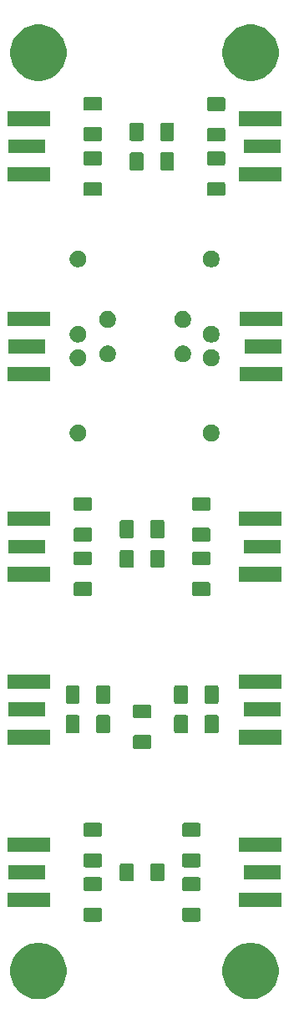
<source format=gbr>
G04 #@! TF.GenerationSoftware,KiCad,Pcbnew,(5.1.5)-3*
G04 #@! TF.CreationDate,2020-11-12T14:52:36+01:00*
G04 #@! TF.ProjectId,50 to 50 Attenuators,35302074-6f20-4353-9020-417474656e75,rev?*
G04 #@! TF.SameCoordinates,Original*
G04 #@! TF.FileFunction,Soldermask,Top*
G04 #@! TF.FilePolarity,Negative*
%FSLAX46Y46*%
G04 Gerber Fmt 4.6, Leading zero omitted, Abs format (unit mm)*
G04 Created by KiCad (PCBNEW (5.1.5)-3) date 2020-11-12 14:52:36*
%MOMM*%
%LPD*%
G04 APERTURE LIST*
%ADD10C,0.100000*%
G04 APERTURE END LIST*
D10*
G36*
X61056202Y-119203781D02*
G01*
X61331606Y-119258562D01*
X61850455Y-119473476D01*
X62317407Y-119785484D01*
X62714516Y-120182593D01*
X63026524Y-120649545D01*
X63241438Y-121168394D01*
X63351000Y-121719201D01*
X63351000Y-122280799D01*
X63241438Y-122831606D01*
X63026524Y-123350455D01*
X62714516Y-123817407D01*
X62317407Y-124214516D01*
X61850455Y-124526524D01*
X61331606Y-124741438D01*
X61056202Y-124796219D01*
X60780800Y-124851000D01*
X60219200Y-124851000D01*
X59943798Y-124796219D01*
X59668394Y-124741438D01*
X59149545Y-124526524D01*
X58682593Y-124214516D01*
X58285484Y-123817407D01*
X57973476Y-123350455D01*
X57758562Y-122831606D01*
X57649000Y-122280799D01*
X57649000Y-121719201D01*
X57758562Y-121168394D01*
X57973476Y-120649545D01*
X58285484Y-120182593D01*
X58682593Y-119785484D01*
X59149545Y-119473476D01*
X59668394Y-119258562D01*
X59943798Y-119203781D01*
X60219200Y-119149000D01*
X60780800Y-119149000D01*
X61056202Y-119203781D01*
G37*
G36*
X39556202Y-119203781D02*
G01*
X39831606Y-119258562D01*
X40350455Y-119473476D01*
X40817407Y-119785484D01*
X41214516Y-120182593D01*
X41526524Y-120649545D01*
X41741438Y-121168394D01*
X41851000Y-121719201D01*
X41851000Y-122280799D01*
X41741438Y-122831606D01*
X41526524Y-123350455D01*
X41214516Y-123817407D01*
X40817407Y-124214516D01*
X40350455Y-124526524D01*
X39831606Y-124741438D01*
X39556202Y-124796219D01*
X39280800Y-124851000D01*
X38719200Y-124851000D01*
X38443798Y-124796219D01*
X38168394Y-124741438D01*
X37649545Y-124526524D01*
X37182593Y-124214516D01*
X36785484Y-123817407D01*
X36473476Y-123350455D01*
X36258562Y-122831606D01*
X36149000Y-122280799D01*
X36149000Y-121719201D01*
X36258562Y-121168394D01*
X36473476Y-120649545D01*
X36785484Y-120182593D01*
X37182593Y-119785484D01*
X37649545Y-119473476D01*
X38168394Y-119258562D01*
X38443798Y-119203781D01*
X38719200Y-119149000D01*
X39280800Y-119149000D01*
X39556202Y-119203781D01*
G37*
G36*
X45270781Y-115603295D02*
G01*
X45306816Y-115614227D01*
X45340024Y-115631977D01*
X45369134Y-115655866D01*
X45393023Y-115684976D01*
X45410773Y-115718184D01*
X45421705Y-115754219D01*
X45426000Y-115797831D01*
X45426000Y-116802169D01*
X45421705Y-116845781D01*
X45410773Y-116881816D01*
X45393023Y-116915024D01*
X45369134Y-116944134D01*
X45340024Y-116968023D01*
X45306816Y-116985773D01*
X45270781Y-116996705D01*
X45227169Y-117001000D01*
X43772831Y-117001000D01*
X43729219Y-116996705D01*
X43693184Y-116985773D01*
X43659976Y-116968023D01*
X43630866Y-116944134D01*
X43606977Y-116915024D01*
X43589227Y-116881816D01*
X43578295Y-116845781D01*
X43574000Y-116802169D01*
X43574000Y-115797831D01*
X43578295Y-115754219D01*
X43589227Y-115718184D01*
X43606977Y-115684976D01*
X43630866Y-115655866D01*
X43659976Y-115631977D01*
X43693184Y-115614227D01*
X43729219Y-115603295D01*
X43772831Y-115599000D01*
X45227169Y-115599000D01*
X45270781Y-115603295D01*
G37*
G36*
X55270781Y-115603295D02*
G01*
X55306816Y-115614227D01*
X55340024Y-115631977D01*
X55369134Y-115655866D01*
X55393023Y-115684976D01*
X55410773Y-115718184D01*
X55421705Y-115754219D01*
X55426000Y-115797831D01*
X55426000Y-116802169D01*
X55421705Y-116845781D01*
X55410773Y-116881816D01*
X55393023Y-116915024D01*
X55369134Y-116944134D01*
X55340024Y-116968023D01*
X55306816Y-116985773D01*
X55270781Y-116996705D01*
X55227169Y-117001000D01*
X53772831Y-117001000D01*
X53729219Y-116996705D01*
X53693184Y-116985773D01*
X53659976Y-116968023D01*
X53630866Y-116944134D01*
X53606977Y-116915024D01*
X53589227Y-116881816D01*
X53578295Y-116845781D01*
X53574000Y-116802169D01*
X53574000Y-115797831D01*
X53578295Y-115754219D01*
X53589227Y-115718184D01*
X53606977Y-115684976D01*
X53630866Y-115655866D01*
X53659976Y-115631977D01*
X53693184Y-115614227D01*
X53729219Y-115603295D01*
X53772831Y-115599000D01*
X55227169Y-115599000D01*
X55270781Y-115603295D01*
G37*
G36*
X40151000Y-115551000D02*
G01*
X35849000Y-115551000D01*
X35849000Y-114099000D01*
X40151000Y-114099000D01*
X40151000Y-115551000D01*
G37*
G36*
X63651000Y-115551000D02*
G01*
X59349000Y-115551000D01*
X59349000Y-114099000D01*
X63651000Y-114099000D01*
X63651000Y-115551000D01*
G37*
G36*
X55270781Y-112503295D02*
G01*
X55306816Y-112514227D01*
X55340024Y-112531977D01*
X55369134Y-112555866D01*
X55393023Y-112584976D01*
X55410773Y-112618184D01*
X55421705Y-112654219D01*
X55426000Y-112697831D01*
X55426000Y-113702169D01*
X55421705Y-113745781D01*
X55410773Y-113781816D01*
X55393023Y-113815024D01*
X55369134Y-113844134D01*
X55340024Y-113868023D01*
X55306816Y-113885773D01*
X55270781Y-113896705D01*
X55227169Y-113901000D01*
X53772831Y-113901000D01*
X53729219Y-113896705D01*
X53693184Y-113885773D01*
X53659976Y-113868023D01*
X53630866Y-113844134D01*
X53606977Y-113815024D01*
X53589227Y-113781816D01*
X53578295Y-113745781D01*
X53574000Y-113702169D01*
X53574000Y-112697831D01*
X53578295Y-112654219D01*
X53589227Y-112618184D01*
X53606977Y-112584976D01*
X53630866Y-112555866D01*
X53659976Y-112531977D01*
X53693184Y-112514227D01*
X53729219Y-112503295D01*
X53772831Y-112499000D01*
X55227169Y-112499000D01*
X55270781Y-112503295D01*
G37*
G36*
X45270781Y-112503295D02*
G01*
X45306816Y-112514227D01*
X45340024Y-112531977D01*
X45369134Y-112555866D01*
X45393023Y-112584976D01*
X45410773Y-112618184D01*
X45421705Y-112654219D01*
X45426000Y-112697831D01*
X45426000Y-113702169D01*
X45421705Y-113745781D01*
X45410773Y-113781816D01*
X45393023Y-113815024D01*
X45369134Y-113844134D01*
X45340024Y-113868023D01*
X45306816Y-113885773D01*
X45270781Y-113896705D01*
X45227169Y-113901000D01*
X43772831Y-113901000D01*
X43729219Y-113896705D01*
X43693184Y-113885773D01*
X43659976Y-113868023D01*
X43630866Y-113844134D01*
X43606977Y-113815024D01*
X43589227Y-113781816D01*
X43578295Y-113745781D01*
X43574000Y-113702169D01*
X43574000Y-112697831D01*
X43578295Y-112654219D01*
X43589227Y-112618184D01*
X43606977Y-112584976D01*
X43630866Y-112555866D01*
X43659976Y-112531977D01*
X43693184Y-112514227D01*
X43729219Y-112503295D01*
X43772831Y-112499000D01*
X45227169Y-112499000D01*
X45270781Y-112503295D01*
G37*
G36*
X51595781Y-111078295D02*
G01*
X51631816Y-111089227D01*
X51665024Y-111106977D01*
X51694134Y-111130866D01*
X51718023Y-111159976D01*
X51735773Y-111193184D01*
X51746705Y-111229219D01*
X51751000Y-111272831D01*
X51751000Y-112727169D01*
X51746705Y-112770781D01*
X51735773Y-112806816D01*
X51718023Y-112840024D01*
X51694134Y-112869134D01*
X51665024Y-112893023D01*
X51631816Y-112910773D01*
X51595781Y-112921705D01*
X51552169Y-112926000D01*
X50547831Y-112926000D01*
X50504219Y-112921705D01*
X50468184Y-112910773D01*
X50434976Y-112893023D01*
X50405866Y-112869134D01*
X50381977Y-112840024D01*
X50364227Y-112806816D01*
X50353295Y-112770781D01*
X50349000Y-112727169D01*
X50349000Y-111272831D01*
X50353295Y-111229219D01*
X50364227Y-111193184D01*
X50381977Y-111159976D01*
X50405866Y-111130866D01*
X50434976Y-111106977D01*
X50468184Y-111089227D01*
X50504219Y-111078295D01*
X50547831Y-111074000D01*
X51552169Y-111074000D01*
X51595781Y-111078295D01*
G37*
G36*
X48495781Y-111078295D02*
G01*
X48531816Y-111089227D01*
X48565024Y-111106977D01*
X48594134Y-111130866D01*
X48618023Y-111159976D01*
X48635773Y-111193184D01*
X48646705Y-111229219D01*
X48651000Y-111272831D01*
X48651000Y-112727169D01*
X48646705Y-112770781D01*
X48635773Y-112806816D01*
X48618023Y-112840024D01*
X48594134Y-112869134D01*
X48565024Y-112893023D01*
X48531816Y-112910773D01*
X48495781Y-112921705D01*
X48452169Y-112926000D01*
X47447831Y-112926000D01*
X47404219Y-112921705D01*
X47368184Y-112910773D01*
X47334976Y-112893023D01*
X47305866Y-112869134D01*
X47281977Y-112840024D01*
X47264227Y-112806816D01*
X47253295Y-112770781D01*
X47249000Y-112727169D01*
X47249000Y-111272831D01*
X47253295Y-111229219D01*
X47264227Y-111193184D01*
X47281977Y-111159976D01*
X47305866Y-111130866D01*
X47334976Y-111106977D01*
X47368184Y-111089227D01*
X47404219Y-111078295D01*
X47447831Y-111074000D01*
X48452169Y-111074000D01*
X48495781Y-111078295D01*
G37*
G36*
X39651000Y-112686000D02*
G01*
X35949000Y-112686000D01*
X35949000Y-111314000D01*
X39651000Y-111314000D01*
X39651000Y-112686000D01*
G37*
G36*
X63551000Y-112686000D02*
G01*
X59849000Y-112686000D01*
X59849000Y-111314000D01*
X63551000Y-111314000D01*
X63551000Y-112686000D01*
G37*
G36*
X55270781Y-110103295D02*
G01*
X55306816Y-110114227D01*
X55340024Y-110131977D01*
X55369134Y-110155866D01*
X55393023Y-110184976D01*
X55410773Y-110218184D01*
X55421705Y-110254219D01*
X55426000Y-110297831D01*
X55426000Y-111302169D01*
X55421705Y-111345781D01*
X55410773Y-111381816D01*
X55393023Y-111415024D01*
X55369134Y-111444134D01*
X55340024Y-111468023D01*
X55306816Y-111485773D01*
X55270781Y-111496705D01*
X55227169Y-111501000D01*
X53772831Y-111501000D01*
X53729219Y-111496705D01*
X53693184Y-111485773D01*
X53659976Y-111468023D01*
X53630866Y-111444134D01*
X53606977Y-111415024D01*
X53589227Y-111381816D01*
X53578295Y-111345781D01*
X53574000Y-111302169D01*
X53574000Y-110297831D01*
X53578295Y-110254219D01*
X53589227Y-110218184D01*
X53606977Y-110184976D01*
X53630866Y-110155866D01*
X53659976Y-110131977D01*
X53693184Y-110114227D01*
X53729219Y-110103295D01*
X53772831Y-110099000D01*
X55227169Y-110099000D01*
X55270781Y-110103295D01*
G37*
G36*
X45270781Y-110103295D02*
G01*
X45306816Y-110114227D01*
X45340024Y-110131977D01*
X45369134Y-110155866D01*
X45393023Y-110184976D01*
X45410773Y-110218184D01*
X45421705Y-110254219D01*
X45426000Y-110297831D01*
X45426000Y-111302169D01*
X45421705Y-111345781D01*
X45410773Y-111381816D01*
X45393023Y-111415024D01*
X45369134Y-111444134D01*
X45340024Y-111468023D01*
X45306816Y-111485773D01*
X45270781Y-111496705D01*
X45227169Y-111501000D01*
X43772831Y-111501000D01*
X43729219Y-111496705D01*
X43693184Y-111485773D01*
X43659976Y-111468023D01*
X43630866Y-111444134D01*
X43606977Y-111415024D01*
X43589227Y-111381816D01*
X43578295Y-111345781D01*
X43574000Y-111302169D01*
X43574000Y-110297831D01*
X43578295Y-110254219D01*
X43589227Y-110218184D01*
X43606977Y-110184976D01*
X43630866Y-110155866D01*
X43659976Y-110131977D01*
X43693184Y-110114227D01*
X43729219Y-110103295D01*
X43772831Y-110099000D01*
X45227169Y-110099000D01*
X45270781Y-110103295D01*
G37*
G36*
X40151000Y-109901000D02*
G01*
X35849000Y-109901000D01*
X35849000Y-108449000D01*
X40151000Y-108449000D01*
X40151000Y-109901000D01*
G37*
G36*
X63651000Y-109901000D02*
G01*
X59349000Y-109901000D01*
X59349000Y-108449000D01*
X63651000Y-108449000D01*
X63651000Y-109901000D01*
G37*
G36*
X55270781Y-107003295D02*
G01*
X55306816Y-107014227D01*
X55340024Y-107031977D01*
X55369134Y-107055866D01*
X55393023Y-107084976D01*
X55410773Y-107118184D01*
X55421705Y-107154219D01*
X55426000Y-107197831D01*
X55426000Y-108202169D01*
X55421705Y-108245781D01*
X55410773Y-108281816D01*
X55393023Y-108315024D01*
X55369134Y-108344134D01*
X55340024Y-108368023D01*
X55306816Y-108385773D01*
X55270781Y-108396705D01*
X55227169Y-108401000D01*
X53772831Y-108401000D01*
X53729219Y-108396705D01*
X53693184Y-108385773D01*
X53659976Y-108368023D01*
X53630866Y-108344134D01*
X53606977Y-108315024D01*
X53589227Y-108281816D01*
X53578295Y-108245781D01*
X53574000Y-108202169D01*
X53574000Y-107197831D01*
X53578295Y-107154219D01*
X53589227Y-107118184D01*
X53606977Y-107084976D01*
X53630866Y-107055866D01*
X53659976Y-107031977D01*
X53693184Y-107014227D01*
X53729219Y-107003295D01*
X53772831Y-106999000D01*
X55227169Y-106999000D01*
X55270781Y-107003295D01*
G37*
G36*
X45270781Y-107003295D02*
G01*
X45306816Y-107014227D01*
X45340024Y-107031977D01*
X45369134Y-107055866D01*
X45393023Y-107084976D01*
X45410773Y-107118184D01*
X45421705Y-107154219D01*
X45426000Y-107197831D01*
X45426000Y-108202169D01*
X45421705Y-108245781D01*
X45410773Y-108281816D01*
X45393023Y-108315024D01*
X45369134Y-108344134D01*
X45340024Y-108368023D01*
X45306816Y-108385773D01*
X45270781Y-108396705D01*
X45227169Y-108401000D01*
X43772831Y-108401000D01*
X43729219Y-108396705D01*
X43693184Y-108385773D01*
X43659976Y-108368023D01*
X43630866Y-108344134D01*
X43606977Y-108315024D01*
X43589227Y-108281816D01*
X43578295Y-108245781D01*
X43574000Y-108202169D01*
X43574000Y-107197831D01*
X43578295Y-107154219D01*
X43589227Y-107118184D01*
X43606977Y-107084976D01*
X43630866Y-107055866D01*
X43659976Y-107031977D01*
X43693184Y-107014227D01*
X43729219Y-107003295D01*
X43772831Y-106999000D01*
X45227169Y-106999000D01*
X45270781Y-107003295D01*
G37*
G36*
X50270781Y-98103295D02*
G01*
X50306816Y-98114227D01*
X50340024Y-98131977D01*
X50369134Y-98155866D01*
X50393023Y-98184976D01*
X50410773Y-98218184D01*
X50421705Y-98254219D01*
X50426000Y-98297831D01*
X50426000Y-99302169D01*
X50421705Y-99345781D01*
X50410773Y-99381816D01*
X50393023Y-99415024D01*
X50369134Y-99444134D01*
X50340024Y-99468023D01*
X50306816Y-99485773D01*
X50270781Y-99496705D01*
X50227169Y-99501000D01*
X48772831Y-99501000D01*
X48729219Y-99496705D01*
X48693184Y-99485773D01*
X48659976Y-99468023D01*
X48630866Y-99444134D01*
X48606977Y-99415024D01*
X48589227Y-99381816D01*
X48578295Y-99345781D01*
X48574000Y-99302169D01*
X48574000Y-98297831D01*
X48578295Y-98254219D01*
X48589227Y-98218184D01*
X48606977Y-98184976D01*
X48630866Y-98155866D01*
X48659976Y-98131977D01*
X48693184Y-98114227D01*
X48729219Y-98103295D01*
X48772831Y-98099000D01*
X50227169Y-98099000D01*
X50270781Y-98103295D01*
G37*
G36*
X63651000Y-99051000D02*
G01*
X59349000Y-99051000D01*
X59349000Y-97599000D01*
X63651000Y-97599000D01*
X63651000Y-99051000D01*
G37*
G36*
X40151000Y-99051000D02*
G01*
X35849000Y-99051000D01*
X35849000Y-97599000D01*
X40151000Y-97599000D01*
X40151000Y-99051000D01*
G37*
G36*
X42995781Y-96078295D02*
G01*
X43031816Y-96089227D01*
X43065024Y-96106977D01*
X43094134Y-96130866D01*
X43118023Y-96159976D01*
X43135773Y-96193184D01*
X43146705Y-96229219D01*
X43151000Y-96272831D01*
X43151000Y-97727169D01*
X43146705Y-97770781D01*
X43135773Y-97806816D01*
X43118023Y-97840024D01*
X43094134Y-97869134D01*
X43065024Y-97893023D01*
X43031816Y-97910773D01*
X42995781Y-97921705D01*
X42952169Y-97926000D01*
X41947831Y-97926000D01*
X41904219Y-97921705D01*
X41868184Y-97910773D01*
X41834976Y-97893023D01*
X41805866Y-97869134D01*
X41781977Y-97840024D01*
X41764227Y-97806816D01*
X41753295Y-97770781D01*
X41749000Y-97727169D01*
X41749000Y-96272831D01*
X41753295Y-96229219D01*
X41764227Y-96193184D01*
X41781977Y-96159976D01*
X41805866Y-96130866D01*
X41834976Y-96106977D01*
X41868184Y-96089227D01*
X41904219Y-96078295D01*
X41947831Y-96074000D01*
X42952169Y-96074000D01*
X42995781Y-96078295D01*
G37*
G36*
X46095781Y-96078295D02*
G01*
X46131816Y-96089227D01*
X46165024Y-96106977D01*
X46194134Y-96130866D01*
X46218023Y-96159976D01*
X46235773Y-96193184D01*
X46246705Y-96229219D01*
X46251000Y-96272831D01*
X46251000Y-97727169D01*
X46246705Y-97770781D01*
X46235773Y-97806816D01*
X46218023Y-97840024D01*
X46194134Y-97869134D01*
X46165024Y-97893023D01*
X46131816Y-97910773D01*
X46095781Y-97921705D01*
X46052169Y-97926000D01*
X45047831Y-97926000D01*
X45004219Y-97921705D01*
X44968184Y-97910773D01*
X44934976Y-97893023D01*
X44905866Y-97869134D01*
X44881977Y-97840024D01*
X44864227Y-97806816D01*
X44853295Y-97770781D01*
X44849000Y-97727169D01*
X44849000Y-96272831D01*
X44853295Y-96229219D01*
X44864227Y-96193184D01*
X44881977Y-96159976D01*
X44905866Y-96130866D01*
X44934976Y-96106977D01*
X44968184Y-96089227D01*
X45004219Y-96078295D01*
X45047831Y-96074000D01*
X46052169Y-96074000D01*
X46095781Y-96078295D01*
G37*
G36*
X57095781Y-96078295D02*
G01*
X57131816Y-96089227D01*
X57165024Y-96106977D01*
X57194134Y-96130866D01*
X57218023Y-96159976D01*
X57235773Y-96193184D01*
X57246705Y-96229219D01*
X57251000Y-96272831D01*
X57251000Y-97727169D01*
X57246705Y-97770781D01*
X57235773Y-97806816D01*
X57218023Y-97840024D01*
X57194134Y-97869134D01*
X57165024Y-97893023D01*
X57131816Y-97910773D01*
X57095781Y-97921705D01*
X57052169Y-97926000D01*
X56047831Y-97926000D01*
X56004219Y-97921705D01*
X55968184Y-97910773D01*
X55934976Y-97893023D01*
X55905866Y-97869134D01*
X55881977Y-97840024D01*
X55864227Y-97806816D01*
X55853295Y-97770781D01*
X55849000Y-97727169D01*
X55849000Y-96272831D01*
X55853295Y-96229219D01*
X55864227Y-96193184D01*
X55881977Y-96159976D01*
X55905866Y-96130866D01*
X55934976Y-96106977D01*
X55968184Y-96089227D01*
X56004219Y-96078295D01*
X56047831Y-96074000D01*
X57052169Y-96074000D01*
X57095781Y-96078295D01*
G37*
G36*
X53995781Y-96078295D02*
G01*
X54031816Y-96089227D01*
X54065024Y-96106977D01*
X54094134Y-96130866D01*
X54118023Y-96159976D01*
X54135773Y-96193184D01*
X54146705Y-96229219D01*
X54151000Y-96272831D01*
X54151000Y-97727169D01*
X54146705Y-97770781D01*
X54135773Y-97806816D01*
X54118023Y-97840024D01*
X54094134Y-97869134D01*
X54065024Y-97893023D01*
X54031816Y-97910773D01*
X53995781Y-97921705D01*
X53952169Y-97926000D01*
X52947831Y-97926000D01*
X52904219Y-97921705D01*
X52868184Y-97910773D01*
X52834976Y-97893023D01*
X52805866Y-97869134D01*
X52781977Y-97840024D01*
X52764227Y-97806816D01*
X52753295Y-97770781D01*
X52749000Y-97727169D01*
X52749000Y-96272831D01*
X52753295Y-96229219D01*
X52764227Y-96193184D01*
X52781977Y-96159976D01*
X52805866Y-96130866D01*
X52834976Y-96106977D01*
X52868184Y-96089227D01*
X52904219Y-96078295D01*
X52947831Y-96074000D01*
X53952169Y-96074000D01*
X53995781Y-96078295D01*
G37*
G36*
X50270781Y-95003295D02*
G01*
X50306816Y-95014227D01*
X50340024Y-95031977D01*
X50369134Y-95055866D01*
X50393023Y-95084976D01*
X50410773Y-95118184D01*
X50421705Y-95154219D01*
X50426000Y-95197831D01*
X50426000Y-96202169D01*
X50421705Y-96245781D01*
X50410773Y-96281816D01*
X50393023Y-96315024D01*
X50369134Y-96344134D01*
X50340024Y-96368023D01*
X50306816Y-96385773D01*
X50270781Y-96396705D01*
X50227169Y-96401000D01*
X48772831Y-96401000D01*
X48729219Y-96396705D01*
X48693184Y-96385773D01*
X48659976Y-96368023D01*
X48630866Y-96344134D01*
X48606977Y-96315024D01*
X48589227Y-96281816D01*
X48578295Y-96245781D01*
X48574000Y-96202169D01*
X48574000Y-95197831D01*
X48578295Y-95154219D01*
X48589227Y-95118184D01*
X48606977Y-95084976D01*
X48630866Y-95055866D01*
X48659976Y-95031977D01*
X48693184Y-95014227D01*
X48729219Y-95003295D01*
X48772831Y-94999000D01*
X50227169Y-94999000D01*
X50270781Y-95003295D01*
G37*
G36*
X63551000Y-96186000D02*
G01*
X59849000Y-96186000D01*
X59849000Y-94814000D01*
X63551000Y-94814000D01*
X63551000Y-96186000D01*
G37*
G36*
X39651000Y-96186000D02*
G01*
X35949000Y-96186000D01*
X35949000Y-94814000D01*
X39651000Y-94814000D01*
X39651000Y-96186000D01*
G37*
G36*
X53995781Y-93078295D02*
G01*
X54031816Y-93089227D01*
X54065024Y-93106977D01*
X54094134Y-93130866D01*
X54118023Y-93159976D01*
X54135773Y-93193184D01*
X54146705Y-93229219D01*
X54151000Y-93272831D01*
X54151000Y-94727169D01*
X54146705Y-94770781D01*
X54135773Y-94806816D01*
X54118023Y-94840024D01*
X54094134Y-94869134D01*
X54065024Y-94893023D01*
X54031816Y-94910773D01*
X53995781Y-94921705D01*
X53952169Y-94926000D01*
X52947831Y-94926000D01*
X52904219Y-94921705D01*
X52868184Y-94910773D01*
X52834976Y-94893023D01*
X52805866Y-94869134D01*
X52781977Y-94840024D01*
X52764227Y-94806816D01*
X52753295Y-94770781D01*
X52749000Y-94727169D01*
X52749000Y-93272831D01*
X52753295Y-93229219D01*
X52764227Y-93193184D01*
X52781977Y-93159976D01*
X52805866Y-93130866D01*
X52834976Y-93106977D01*
X52868184Y-93089227D01*
X52904219Y-93078295D01*
X52947831Y-93074000D01*
X53952169Y-93074000D01*
X53995781Y-93078295D01*
G37*
G36*
X46095781Y-93078295D02*
G01*
X46131816Y-93089227D01*
X46165024Y-93106977D01*
X46194134Y-93130866D01*
X46218023Y-93159976D01*
X46235773Y-93193184D01*
X46246705Y-93229219D01*
X46251000Y-93272831D01*
X46251000Y-94727169D01*
X46246705Y-94770781D01*
X46235773Y-94806816D01*
X46218023Y-94840024D01*
X46194134Y-94869134D01*
X46165024Y-94893023D01*
X46131816Y-94910773D01*
X46095781Y-94921705D01*
X46052169Y-94926000D01*
X45047831Y-94926000D01*
X45004219Y-94921705D01*
X44968184Y-94910773D01*
X44934976Y-94893023D01*
X44905866Y-94869134D01*
X44881977Y-94840024D01*
X44864227Y-94806816D01*
X44853295Y-94770781D01*
X44849000Y-94727169D01*
X44849000Y-93272831D01*
X44853295Y-93229219D01*
X44864227Y-93193184D01*
X44881977Y-93159976D01*
X44905866Y-93130866D01*
X44934976Y-93106977D01*
X44968184Y-93089227D01*
X45004219Y-93078295D01*
X45047831Y-93074000D01*
X46052169Y-93074000D01*
X46095781Y-93078295D01*
G37*
G36*
X57095781Y-93078295D02*
G01*
X57131816Y-93089227D01*
X57165024Y-93106977D01*
X57194134Y-93130866D01*
X57218023Y-93159976D01*
X57235773Y-93193184D01*
X57246705Y-93229219D01*
X57251000Y-93272831D01*
X57251000Y-94727169D01*
X57246705Y-94770781D01*
X57235773Y-94806816D01*
X57218023Y-94840024D01*
X57194134Y-94869134D01*
X57165024Y-94893023D01*
X57131816Y-94910773D01*
X57095781Y-94921705D01*
X57052169Y-94926000D01*
X56047831Y-94926000D01*
X56004219Y-94921705D01*
X55968184Y-94910773D01*
X55934976Y-94893023D01*
X55905866Y-94869134D01*
X55881977Y-94840024D01*
X55864227Y-94806816D01*
X55853295Y-94770781D01*
X55849000Y-94727169D01*
X55849000Y-93272831D01*
X55853295Y-93229219D01*
X55864227Y-93193184D01*
X55881977Y-93159976D01*
X55905866Y-93130866D01*
X55934976Y-93106977D01*
X55968184Y-93089227D01*
X56004219Y-93078295D01*
X56047831Y-93074000D01*
X57052169Y-93074000D01*
X57095781Y-93078295D01*
G37*
G36*
X42995781Y-93078295D02*
G01*
X43031816Y-93089227D01*
X43065024Y-93106977D01*
X43094134Y-93130866D01*
X43118023Y-93159976D01*
X43135773Y-93193184D01*
X43146705Y-93229219D01*
X43151000Y-93272831D01*
X43151000Y-94727169D01*
X43146705Y-94770781D01*
X43135773Y-94806816D01*
X43118023Y-94840024D01*
X43094134Y-94869134D01*
X43065024Y-94893023D01*
X43031816Y-94910773D01*
X42995781Y-94921705D01*
X42952169Y-94926000D01*
X41947831Y-94926000D01*
X41904219Y-94921705D01*
X41868184Y-94910773D01*
X41834976Y-94893023D01*
X41805866Y-94869134D01*
X41781977Y-94840024D01*
X41764227Y-94806816D01*
X41753295Y-94770781D01*
X41749000Y-94727169D01*
X41749000Y-93272831D01*
X41753295Y-93229219D01*
X41764227Y-93193184D01*
X41781977Y-93159976D01*
X41805866Y-93130866D01*
X41834976Y-93106977D01*
X41868184Y-93089227D01*
X41904219Y-93078295D01*
X41947831Y-93074000D01*
X42952169Y-93074000D01*
X42995781Y-93078295D01*
G37*
G36*
X63651000Y-93401000D02*
G01*
X59349000Y-93401000D01*
X59349000Y-91949000D01*
X63651000Y-91949000D01*
X63651000Y-93401000D01*
G37*
G36*
X40151000Y-93401000D02*
G01*
X35849000Y-93401000D01*
X35849000Y-91949000D01*
X40151000Y-91949000D01*
X40151000Y-93401000D01*
G37*
G36*
X56270781Y-82603295D02*
G01*
X56306816Y-82614227D01*
X56340024Y-82631977D01*
X56369134Y-82655866D01*
X56393023Y-82684976D01*
X56410773Y-82718184D01*
X56421705Y-82754219D01*
X56426000Y-82797831D01*
X56426000Y-83802169D01*
X56421705Y-83845781D01*
X56410773Y-83881816D01*
X56393023Y-83915024D01*
X56369134Y-83944134D01*
X56340024Y-83968023D01*
X56306816Y-83985773D01*
X56270781Y-83996705D01*
X56227169Y-84001000D01*
X54772831Y-84001000D01*
X54729219Y-83996705D01*
X54693184Y-83985773D01*
X54659976Y-83968023D01*
X54630866Y-83944134D01*
X54606977Y-83915024D01*
X54589227Y-83881816D01*
X54578295Y-83845781D01*
X54574000Y-83802169D01*
X54574000Y-82797831D01*
X54578295Y-82754219D01*
X54589227Y-82718184D01*
X54606977Y-82684976D01*
X54630866Y-82655866D01*
X54659976Y-82631977D01*
X54693184Y-82614227D01*
X54729219Y-82603295D01*
X54772831Y-82599000D01*
X56227169Y-82599000D01*
X56270781Y-82603295D01*
G37*
G36*
X44270781Y-82603295D02*
G01*
X44306816Y-82614227D01*
X44340024Y-82631977D01*
X44369134Y-82655866D01*
X44393023Y-82684976D01*
X44410773Y-82718184D01*
X44421705Y-82754219D01*
X44426000Y-82797831D01*
X44426000Y-83802169D01*
X44421705Y-83845781D01*
X44410773Y-83881816D01*
X44393023Y-83915024D01*
X44369134Y-83944134D01*
X44340024Y-83968023D01*
X44306816Y-83985773D01*
X44270781Y-83996705D01*
X44227169Y-84001000D01*
X42772831Y-84001000D01*
X42729219Y-83996705D01*
X42693184Y-83985773D01*
X42659976Y-83968023D01*
X42630866Y-83944134D01*
X42606977Y-83915024D01*
X42589227Y-83881816D01*
X42578295Y-83845781D01*
X42574000Y-83802169D01*
X42574000Y-82797831D01*
X42578295Y-82754219D01*
X42589227Y-82718184D01*
X42606977Y-82684976D01*
X42630866Y-82655866D01*
X42659976Y-82631977D01*
X42693184Y-82614227D01*
X42729219Y-82603295D01*
X42772831Y-82599000D01*
X44227169Y-82599000D01*
X44270781Y-82603295D01*
G37*
G36*
X40151000Y-82551000D02*
G01*
X35849000Y-82551000D01*
X35849000Y-81099000D01*
X40151000Y-81099000D01*
X40151000Y-82551000D01*
G37*
G36*
X63651000Y-82551000D02*
G01*
X59349000Y-82551000D01*
X59349000Y-81099000D01*
X63651000Y-81099000D01*
X63651000Y-82551000D01*
G37*
G36*
X48495781Y-79328295D02*
G01*
X48531816Y-79339227D01*
X48565024Y-79356977D01*
X48594134Y-79380866D01*
X48618023Y-79409976D01*
X48635773Y-79443184D01*
X48646705Y-79479219D01*
X48651000Y-79522831D01*
X48651000Y-80977169D01*
X48646705Y-81020781D01*
X48635773Y-81056816D01*
X48618023Y-81090024D01*
X48594134Y-81119134D01*
X48565024Y-81143023D01*
X48531816Y-81160773D01*
X48495781Y-81171705D01*
X48452169Y-81176000D01*
X47447831Y-81176000D01*
X47404219Y-81171705D01*
X47368184Y-81160773D01*
X47334976Y-81143023D01*
X47305866Y-81119134D01*
X47281977Y-81090024D01*
X47264227Y-81056816D01*
X47253295Y-81020781D01*
X47249000Y-80977169D01*
X47249000Y-79522831D01*
X47253295Y-79479219D01*
X47264227Y-79443184D01*
X47281977Y-79409976D01*
X47305866Y-79380866D01*
X47334976Y-79356977D01*
X47368184Y-79339227D01*
X47404219Y-79328295D01*
X47447831Y-79324000D01*
X48452169Y-79324000D01*
X48495781Y-79328295D01*
G37*
G36*
X51595781Y-79328295D02*
G01*
X51631816Y-79339227D01*
X51665024Y-79356977D01*
X51694134Y-79380866D01*
X51718023Y-79409976D01*
X51735773Y-79443184D01*
X51746705Y-79479219D01*
X51751000Y-79522831D01*
X51751000Y-80977169D01*
X51746705Y-81020781D01*
X51735773Y-81056816D01*
X51718023Y-81090024D01*
X51694134Y-81119134D01*
X51665024Y-81143023D01*
X51631816Y-81160773D01*
X51595781Y-81171705D01*
X51552169Y-81176000D01*
X50547831Y-81176000D01*
X50504219Y-81171705D01*
X50468184Y-81160773D01*
X50434976Y-81143023D01*
X50405866Y-81119134D01*
X50381977Y-81090024D01*
X50364227Y-81056816D01*
X50353295Y-81020781D01*
X50349000Y-80977169D01*
X50349000Y-79522831D01*
X50353295Y-79479219D01*
X50364227Y-79443184D01*
X50381977Y-79409976D01*
X50405866Y-79380866D01*
X50434976Y-79356977D01*
X50468184Y-79339227D01*
X50504219Y-79328295D01*
X50547831Y-79324000D01*
X51552169Y-79324000D01*
X51595781Y-79328295D01*
G37*
G36*
X56270781Y-79503295D02*
G01*
X56306816Y-79514227D01*
X56340024Y-79531977D01*
X56369134Y-79555866D01*
X56393023Y-79584976D01*
X56410773Y-79618184D01*
X56421705Y-79654219D01*
X56426000Y-79697831D01*
X56426000Y-80702169D01*
X56421705Y-80745781D01*
X56410773Y-80781816D01*
X56393023Y-80815024D01*
X56369134Y-80844134D01*
X56340024Y-80868023D01*
X56306816Y-80885773D01*
X56270781Y-80896705D01*
X56227169Y-80901000D01*
X54772831Y-80901000D01*
X54729219Y-80896705D01*
X54693184Y-80885773D01*
X54659976Y-80868023D01*
X54630866Y-80844134D01*
X54606977Y-80815024D01*
X54589227Y-80781816D01*
X54578295Y-80745781D01*
X54574000Y-80702169D01*
X54574000Y-79697831D01*
X54578295Y-79654219D01*
X54589227Y-79618184D01*
X54606977Y-79584976D01*
X54630866Y-79555866D01*
X54659976Y-79531977D01*
X54693184Y-79514227D01*
X54729219Y-79503295D01*
X54772831Y-79499000D01*
X56227169Y-79499000D01*
X56270781Y-79503295D01*
G37*
G36*
X44270781Y-79503295D02*
G01*
X44306816Y-79514227D01*
X44340024Y-79531977D01*
X44369134Y-79555866D01*
X44393023Y-79584976D01*
X44410773Y-79618184D01*
X44421705Y-79654219D01*
X44426000Y-79697831D01*
X44426000Y-80702169D01*
X44421705Y-80745781D01*
X44410773Y-80781816D01*
X44393023Y-80815024D01*
X44369134Y-80844134D01*
X44340024Y-80868023D01*
X44306816Y-80885773D01*
X44270781Y-80896705D01*
X44227169Y-80901000D01*
X42772831Y-80901000D01*
X42729219Y-80896705D01*
X42693184Y-80885773D01*
X42659976Y-80868023D01*
X42630866Y-80844134D01*
X42606977Y-80815024D01*
X42589227Y-80781816D01*
X42578295Y-80745781D01*
X42574000Y-80702169D01*
X42574000Y-79697831D01*
X42578295Y-79654219D01*
X42589227Y-79618184D01*
X42606977Y-79584976D01*
X42630866Y-79555866D01*
X42659976Y-79531977D01*
X42693184Y-79514227D01*
X42729219Y-79503295D01*
X42772831Y-79499000D01*
X44227169Y-79499000D01*
X44270781Y-79503295D01*
G37*
G36*
X39651000Y-79686000D02*
G01*
X35949000Y-79686000D01*
X35949000Y-78314000D01*
X39651000Y-78314000D01*
X39651000Y-79686000D01*
G37*
G36*
X63551000Y-79686000D02*
G01*
X59849000Y-79686000D01*
X59849000Y-78314000D01*
X63551000Y-78314000D01*
X63551000Y-79686000D01*
G37*
G36*
X56270781Y-77103295D02*
G01*
X56306816Y-77114227D01*
X56340024Y-77131977D01*
X56369134Y-77155866D01*
X56393023Y-77184976D01*
X56410773Y-77218184D01*
X56421705Y-77254219D01*
X56426000Y-77297831D01*
X56426000Y-78302169D01*
X56421705Y-78345781D01*
X56410773Y-78381816D01*
X56393023Y-78415024D01*
X56369134Y-78444134D01*
X56340024Y-78468023D01*
X56306816Y-78485773D01*
X56270781Y-78496705D01*
X56227169Y-78501000D01*
X54772831Y-78501000D01*
X54729219Y-78496705D01*
X54693184Y-78485773D01*
X54659976Y-78468023D01*
X54630866Y-78444134D01*
X54606977Y-78415024D01*
X54589227Y-78381816D01*
X54578295Y-78345781D01*
X54574000Y-78302169D01*
X54574000Y-77297831D01*
X54578295Y-77254219D01*
X54589227Y-77218184D01*
X54606977Y-77184976D01*
X54630866Y-77155866D01*
X54659976Y-77131977D01*
X54693184Y-77114227D01*
X54729219Y-77103295D01*
X54772831Y-77099000D01*
X56227169Y-77099000D01*
X56270781Y-77103295D01*
G37*
G36*
X44270781Y-77103295D02*
G01*
X44306816Y-77114227D01*
X44340024Y-77131977D01*
X44369134Y-77155866D01*
X44393023Y-77184976D01*
X44410773Y-77218184D01*
X44421705Y-77254219D01*
X44426000Y-77297831D01*
X44426000Y-78302169D01*
X44421705Y-78345781D01*
X44410773Y-78381816D01*
X44393023Y-78415024D01*
X44369134Y-78444134D01*
X44340024Y-78468023D01*
X44306816Y-78485773D01*
X44270781Y-78496705D01*
X44227169Y-78501000D01*
X42772831Y-78501000D01*
X42729219Y-78496705D01*
X42693184Y-78485773D01*
X42659976Y-78468023D01*
X42630866Y-78444134D01*
X42606977Y-78415024D01*
X42589227Y-78381816D01*
X42578295Y-78345781D01*
X42574000Y-78302169D01*
X42574000Y-77297831D01*
X42578295Y-77254219D01*
X42589227Y-77218184D01*
X42606977Y-77184976D01*
X42630866Y-77155866D01*
X42659976Y-77131977D01*
X42693184Y-77114227D01*
X42729219Y-77103295D01*
X42772831Y-77099000D01*
X44227169Y-77099000D01*
X44270781Y-77103295D01*
G37*
G36*
X48495781Y-76328295D02*
G01*
X48531816Y-76339227D01*
X48565024Y-76356977D01*
X48594134Y-76380866D01*
X48618023Y-76409976D01*
X48635773Y-76443184D01*
X48646705Y-76479219D01*
X48651000Y-76522831D01*
X48651000Y-77977169D01*
X48646705Y-78020781D01*
X48635773Y-78056816D01*
X48618023Y-78090024D01*
X48594134Y-78119134D01*
X48565024Y-78143023D01*
X48531816Y-78160773D01*
X48495781Y-78171705D01*
X48452169Y-78176000D01*
X47447831Y-78176000D01*
X47404219Y-78171705D01*
X47368184Y-78160773D01*
X47334976Y-78143023D01*
X47305866Y-78119134D01*
X47281977Y-78090024D01*
X47264227Y-78056816D01*
X47253295Y-78020781D01*
X47249000Y-77977169D01*
X47249000Y-76522831D01*
X47253295Y-76479219D01*
X47264227Y-76443184D01*
X47281977Y-76409976D01*
X47305866Y-76380866D01*
X47334976Y-76356977D01*
X47368184Y-76339227D01*
X47404219Y-76328295D01*
X47447831Y-76324000D01*
X48452169Y-76324000D01*
X48495781Y-76328295D01*
G37*
G36*
X51595781Y-76328295D02*
G01*
X51631816Y-76339227D01*
X51665024Y-76356977D01*
X51694134Y-76380866D01*
X51718023Y-76409976D01*
X51735773Y-76443184D01*
X51746705Y-76479219D01*
X51751000Y-76522831D01*
X51751000Y-77977169D01*
X51746705Y-78020781D01*
X51735773Y-78056816D01*
X51718023Y-78090024D01*
X51694134Y-78119134D01*
X51665024Y-78143023D01*
X51631816Y-78160773D01*
X51595781Y-78171705D01*
X51552169Y-78176000D01*
X50547831Y-78176000D01*
X50504219Y-78171705D01*
X50468184Y-78160773D01*
X50434976Y-78143023D01*
X50405866Y-78119134D01*
X50381977Y-78090024D01*
X50364227Y-78056816D01*
X50353295Y-78020781D01*
X50349000Y-77977169D01*
X50349000Y-76522831D01*
X50353295Y-76479219D01*
X50364227Y-76443184D01*
X50381977Y-76409976D01*
X50405866Y-76380866D01*
X50434976Y-76356977D01*
X50468184Y-76339227D01*
X50504219Y-76328295D01*
X50547831Y-76324000D01*
X51552169Y-76324000D01*
X51595781Y-76328295D01*
G37*
G36*
X40151000Y-76901000D02*
G01*
X35849000Y-76901000D01*
X35849000Y-75449000D01*
X40151000Y-75449000D01*
X40151000Y-76901000D01*
G37*
G36*
X63651000Y-76901000D02*
G01*
X59349000Y-76901000D01*
X59349000Y-75449000D01*
X63651000Y-75449000D01*
X63651000Y-76901000D01*
G37*
G36*
X56270781Y-74003295D02*
G01*
X56306816Y-74014227D01*
X56340024Y-74031977D01*
X56369134Y-74055866D01*
X56393023Y-74084976D01*
X56410773Y-74118184D01*
X56421705Y-74154219D01*
X56426000Y-74197831D01*
X56426000Y-75202169D01*
X56421705Y-75245781D01*
X56410773Y-75281816D01*
X56393023Y-75315024D01*
X56369134Y-75344134D01*
X56340024Y-75368023D01*
X56306816Y-75385773D01*
X56270781Y-75396705D01*
X56227169Y-75401000D01*
X54772831Y-75401000D01*
X54729219Y-75396705D01*
X54693184Y-75385773D01*
X54659976Y-75368023D01*
X54630866Y-75344134D01*
X54606977Y-75315024D01*
X54589227Y-75281816D01*
X54578295Y-75245781D01*
X54574000Y-75202169D01*
X54574000Y-74197831D01*
X54578295Y-74154219D01*
X54589227Y-74118184D01*
X54606977Y-74084976D01*
X54630866Y-74055866D01*
X54659976Y-74031977D01*
X54693184Y-74014227D01*
X54729219Y-74003295D01*
X54772831Y-73999000D01*
X56227169Y-73999000D01*
X56270781Y-74003295D01*
G37*
G36*
X44270781Y-74003295D02*
G01*
X44306816Y-74014227D01*
X44340024Y-74031977D01*
X44369134Y-74055866D01*
X44393023Y-74084976D01*
X44410773Y-74118184D01*
X44421705Y-74154219D01*
X44426000Y-74197831D01*
X44426000Y-75202169D01*
X44421705Y-75245781D01*
X44410773Y-75281816D01*
X44393023Y-75315024D01*
X44369134Y-75344134D01*
X44340024Y-75368023D01*
X44306816Y-75385773D01*
X44270781Y-75396705D01*
X44227169Y-75401000D01*
X42772831Y-75401000D01*
X42729219Y-75396705D01*
X42693184Y-75385773D01*
X42659976Y-75368023D01*
X42630866Y-75344134D01*
X42606977Y-75315024D01*
X42589227Y-75281816D01*
X42578295Y-75245781D01*
X42574000Y-75202169D01*
X42574000Y-74197831D01*
X42578295Y-74154219D01*
X42589227Y-74118184D01*
X42606977Y-74084976D01*
X42630866Y-74055866D01*
X42659976Y-74031977D01*
X42693184Y-74014227D01*
X42729219Y-74003295D01*
X42772831Y-73999000D01*
X44227169Y-73999000D01*
X44270781Y-74003295D01*
G37*
G36*
X43248228Y-66681703D02*
G01*
X43403100Y-66745853D01*
X43542481Y-66838985D01*
X43661015Y-66957519D01*
X43754147Y-67096900D01*
X43818297Y-67251772D01*
X43851000Y-67416184D01*
X43851000Y-67583816D01*
X43818297Y-67748228D01*
X43754147Y-67903100D01*
X43661015Y-68042481D01*
X43542481Y-68161015D01*
X43403100Y-68254147D01*
X43248228Y-68318297D01*
X43083816Y-68351000D01*
X42916184Y-68351000D01*
X42751772Y-68318297D01*
X42596900Y-68254147D01*
X42457519Y-68161015D01*
X42338985Y-68042481D01*
X42245853Y-67903100D01*
X42181703Y-67748228D01*
X42149000Y-67583816D01*
X42149000Y-67416184D01*
X42181703Y-67251772D01*
X42245853Y-67096900D01*
X42338985Y-66957519D01*
X42457519Y-66838985D01*
X42596900Y-66745853D01*
X42751772Y-66681703D01*
X42916184Y-66649000D01*
X43083816Y-66649000D01*
X43248228Y-66681703D01*
G37*
G36*
X56748228Y-66681703D02*
G01*
X56903100Y-66745853D01*
X57042481Y-66838985D01*
X57161015Y-66957519D01*
X57254147Y-67096900D01*
X57318297Y-67251772D01*
X57351000Y-67416184D01*
X57351000Y-67583816D01*
X57318297Y-67748228D01*
X57254147Y-67903100D01*
X57161015Y-68042481D01*
X57042481Y-68161015D01*
X56903100Y-68254147D01*
X56748228Y-68318297D01*
X56583816Y-68351000D01*
X56416184Y-68351000D01*
X56251772Y-68318297D01*
X56096900Y-68254147D01*
X55957519Y-68161015D01*
X55838985Y-68042481D01*
X55745853Y-67903100D01*
X55681703Y-67748228D01*
X55649000Y-67583816D01*
X55649000Y-67416184D01*
X55681703Y-67251772D01*
X55745853Y-67096900D01*
X55838985Y-66957519D01*
X55957519Y-66838985D01*
X56096900Y-66745853D01*
X56251772Y-66681703D01*
X56416184Y-66649000D01*
X56583816Y-66649000D01*
X56748228Y-66681703D01*
G37*
G36*
X63701000Y-62301000D02*
G01*
X59399000Y-62301000D01*
X59399000Y-60849000D01*
X63701000Y-60849000D01*
X63701000Y-62301000D01*
G37*
G36*
X40151000Y-62301000D02*
G01*
X35849000Y-62301000D01*
X35849000Y-60849000D01*
X40151000Y-60849000D01*
X40151000Y-62301000D01*
G37*
G36*
X56748228Y-59061703D02*
G01*
X56903100Y-59125853D01*
X57042481Y-59218985D01*
X57161015Y-59337519D01*
X57254147Y-59476900D01*
X57318297Y-59631772D01*
X57351000Y-59796184D01*
X57351000Y-59963816D01*
X57318297Y-60128228D01*
X57254147Y-60283100D01*
X57161015Y-60422481D01*
X57042481Y-60541015D01*
X56903100Y-60634147D01*
X56748228Y-60698297D01*
X56583816Y-60731000D01*
X56416184Y-60731000D01*
X56251772Y-60698297D01*
X56096900Y-60634147D01*
X55957519Y-60541015D01*
X55838985Y-60422481D01*
X55745853Y-60283100D01*
X55681703Y-60128228D01*
X55649000Y-59963816D01*
X55649000Y-59796184D01*
X55681703Y-59631772D01*
X55745853Y-59476900D01*
X55838985Y-59337519D01*
X55957519Y-59218985D01*
X56096900Y-59125853D01*
X56251772Y-59061703D01*
X56416184Y-59029000D01*
X56583816Y-59029000D01*
X56748228Y-59061703D01*
G37*
G36*
X43248228Y-59061703D02*
G01*
X43403100Y-59125853D01*
X43542481Y-59218985D01*
X43661015Y-59337519D01*
X43754147Y-59476900D01*
X43818297Y-59631772D01*
X43851000Y-59796184D01*
X43851000Y-59963816D01*
X43818297Y-60128228D01*
X43754147Y-60283100D01*
X43661015Y-60422481D01*
X43542481Y-60541015D01*
X43403100Y-60634147D01*
X43248228Y-60698297D01*
X43083816Y-60731000D01*
X42916184Y-60731000D01*
X42751772Y-60698297D01*
X42596900Y-60634147D01*
X42457519Y-60541015D01*
X42338985Y-60422481D01*
X42245853Y-60283100D01*
X42181703Y-60128228D01*
X42149000Y-59963816D01*
X42149000Y-59796184D01*
X42181703Y-59631772D01*
X42245853Y-59476900D01*
X42338985Y-59337519D01*
X42457519Y-59218985D01*
X42596900Y-59125853D01*
X42751772Y-59061703D01*
X42916184Y-59029000D01*
X43083816Y-59029000D01*
X43248228Y-59061703D01*
G37*
G36*
X53868228Y-58681703D02*
G01*
X54023100Y-58745853D01*
X54162481Y-58838985D01*
X54281015Y-58957519D01*
X54374147Y-59096900D01*
X54438297Y-59251772D01*
X54471000Y-59416184D01*
X54471000Y-59583816D01*
X54438297Y-59748228D01*
X54374147Y-59903100D01*
X54281015Y-60042481D01*
X54162481Y-60161015D01*
X54023100Y-60254147D01*
X53868228Y-60318297D01*
X53703816Y-60351000D01*
X53536184Y-60351000D01*
X53371772Y-60318297D01*
X53216900Y-60254147D01*
X53077519Y-60161015D01*
X52958985Y-60042481D01*
X52865853Y-59903100D01*
X52801703Y-59748228D01*
X52769000Y-59583816D01*
X52769000Y-59416184D01*
X52801703Y-59251772D01*
X52865853Y-59096900D01*
X52958985Y-58957519D01*
X53077519Y-58838985D01*
X53216900Y-58745853D01*
X53371772Y-58681703D01*
X53536184Y-58649000D01*
X53703816Y-58649000D01*
X53868228Y-58681703D01*
G37*
G36*
X46248228Y-58681703D02*
G01*
X46403100Y-58745853D01*
X46542481Y-58838985D01*
X46661015Y-58957519D01*
X46754147Y-59096900D01*
X46818297Y-59251772D01*
X46851000Y-59416184D01*
X46851000Y-59583816D01*
X46818297Y-59748228D01*
X46754147Y-59903100D01*
X46661015Y-60042481D01*
X46542481Y-60161015D01*
X46403100Y-60254147D01*
X46248228Y-60318297D01*
X46083816Y-60351000D01*
X45916184Y-60351000D01*
X45751772Y-60318297D01*
X45596900Y-60254147D01*
X45457519Y-60161015D01*
X45338985Y-60042481D01*
X45245853Y-59903100D01*
X45181703Y-59748228D01*
X45149000Y-59583816D01*
X45149000Y-59416184D01*
X45181703Y-59251772D01*
X45245853Y-59096900D01*
X45338985Y-58957519D01*
X45457519Y-58838985D01*
X45596900Y-58745853D01*
X45751772Y-58681703D01*
X45916184Y-58649000D01*
X46083816Y-58649000D01*
X46248228Y-58681703D01*
G37*
G36*
X63601000Y-59436000D02*
G01*
X59899000Y-59436000D01*
X59899000Y-58064000D01*
X63601000Y-58064000D01*
X63601000Y-59436000D01*
G37*
G36*
X39651000Y-59436000D02*
G01*
X35949000Y-59436000D01*
X35949000Y-58064000D01*
X39651000Y-58064000D01*
X39651000Y-59436000D01*
G37*
G36*
X56748228Y-56681703D02*
G01*
X56903100Y-56745853D01*
X57042481Y-56838985D01*
X57161015Y-56957519D01*
X57254147Y-57096900D01*
X57318297Y-57251772D01*
X57351000Y-57416184D01*
X57351000Y-57583816D01*
X57318297Y-57748228D01*
X57254147Y-57903100D01*
X57161015Y-58042481D01*
X57042481Y-58161015D01*
X56903100Y-58254147D01*
X56748228Y-58318297D01*
X56583816Y-58351000D01*
X56416184Y-58351000D01*
X56251772Y-58318297D01*
X56096900Y-58254147D01*
X55957519Y-58161015D01*
X55838985Y-58042481D01*
X55745853Y-57903100D01*
X55681703Y-57748228D01*
X55649000Y-57583816D01*
X55649000Y-57416184D01*
X55681703Y-57251772D01*
X55745853Y-57096900D01*
X55838985Y-56957519D01*
X55957519Y-56838985D01*
X56096900Y-56745853D01*
X56251772Y-56681703D01*
X56416184Y-56649000D01*
X56583816Y-56649000D01*
X56748228Y-56681703D01*
G37*
G36*
X43248228Y-56681703D02*
G01*
X43403100Y-56745853D01*
X43542481Y-56838985D01*
X43661015Y-56957519D01*
X43754147Y-57096900D01*
X43818297Y-57251772D01*
X43851000Y-57416184D01*
X43851000Y-57583816D01*
X43818297Y-57748228D01*
X43754147Y-57903100D01*
X43661015Y-58042481D01*
X43542481Y-58161015D01*
X43403100Y-58254147D01*
X43248228Y-58318297D01*
X43083816Y-58351000D01*
X42916184Y-58351000D01*
X42751772Y-58318297D01*
X42596900Y-58254147D01*
X42457519Y-58161015D01*
X42338985Y-58042481D01*
X42245853Y-57903100D01*
X42181703Y-57748228D01*
X42149000Y-57583816D01*
X42149000Y-57416184D01*
X42181703Y-57251772D01*
X42245853Y-57096900D01*
X42338985Y-56957519D01*
X42457519Y-56838985D01*
X42596900Y-56745853D01*
X42751772Y-56681703D01*
X42916184Y-56649000D01*
X43083816Y-56649000D01*
X43248228Y-56681703D01*
G37*
G36*
X46248228Y-55181703D02*
G01*
X46403100Y-55245853D01*
X46542481Y-55338985D01*
X46661015Y-55457519D01*
X46754147Y-55596900D01*
X46818297Y-55751772D01*
X46851000Y-55916184D01*
X46851000Y-56083816D01*
X46818297Y-56248228D01*
X46754147Y-56403100D01*
X46661015Y-56542481D01*
X46542481Y-56661015D01*
X46403100Y-56754147D01*
X46248228Y-56818297D01*
X46083816Y-56851000D01*
X45916184Y-56851000D01*
X45751772Y-56818297D01*
X45596900Y-56754147D01*
X45457519Y-56661015D01*
X45338985Y-56542481D01*
X45245853Y-56403100D01*
X45181703Y-56248228D01*
X45149000Y-56083816D01*
X45149000Y-55916184D01*
X45181703Y-55751772D01*
X45245853Y-55596900D01*
X45338985Y-55457519D01*
X45457519Y-55338985D01*
X45596900Y-55245853D01*
X45751772Y-55181703D01*
X45916184Y-55149000D01*
X46083816Y-55149000D01*
X46248228Y-55181703D01*
G37*
G36*
X53868228Y-55181703D02*
G01*
X54023100Y-55245853D01*
X54162481Y-55338985D01*
X54281015Y-55457519D01*
X54374147Y-55596900D01*
X54438297Y-55751772D01*
X54471000Y-55916184D01*
X54471000Y-56083816D01*
X54438297Y-56248228D01*
X54374147Y-56403100D01*
X54281015Y-56542481D01*
X54162481Y-56661015D01*
X54023100Y-56754147D01*
X53868228Y-56818297D01*
X53703816Y-56851000D01*
X53536184Y-56851000D01*
X53371772Y-56818297D01*
X53216900Y-56754147D01*
X53077519Y-56661015D01*
X52958985Y-56542481D01*
X52865853Y-56403100D01*
X52801703Y-56248228D01*
X52769000Y-56083816D01*
X52769000Y-55916184D01*
X52801703Y-55751772D01*
X52865853Y-55596900D01*
X52958985Y-55457519D01*
X53077519Y-55338985D01*
X53216900Y-55245853D01*
X53371772Y-55181703D01*
X53536184Y-55149000D01*
X53703816Y-55149000D01*
X53868228Y-55181703D01*
G37*
G36*
X40151000Y-56651000D02*
G01*
X35849000Y-56651000D01*
X35849000Y-55199000D01*
X40151000Y-55199000D01*
X40151000Y-56651000D01*
G37*
G36*
X63701000Y-56651000D02*
G01*
X59399000Y-56651000D01*
X59399000Y-55199000D01*
X63701000Y-55199000D01*
X63701000Y-56651000D01*
G37*
G36*
X56748228Y-49061703D02*
G01*
X56903100Y-49125853D01*
X57042481Y-49218985D01*
X57161015Y-49337519D01*
X57254147Y-49476900D01*
X57318297Y-49631772D01*
X57351000Y-49796184D01*
X57351000Y-49963816D01*
X57318297Y-50128228D01*
X57254147Y-50283100D01*
X57161015Y-50422481D01*
X57042481Y-50541015D01*
X56903100Y-50634147D01*
X56748228Y-50698297D01*
X56583816Y-50731000D01*
X56416184Y-50731000D01*
X56251772Y-50698297D01*
X56096900Y-50634147D01*
X55957519Y-50541015D01*
X55838985Y-50422481D01*
X55745853Y-50283100D01*
X55681703Y-50128228D01*
X55649000Y-49963816D01*
X55649000Y-49796184D01*
X55681703Y-49631772D01*
X55745853Y-49476900D01*
X55838985Y-49337519D01*
X55957519Y-49218985D01*
X56096900Y-49125853D01*
X56251772Y-49061703D01*
X56416184Y-49029000D01*
X56583816Y-49029000D01*
X56748228Y-49061703D01*
G37*
G36*
X43248228Y-49061703D02*
G01*
X43403100Y-49125853D01*
X43542481Y-49218985D01*
X43661015Y-49337519D01*
X43754147Y-49476900D01*
X43818297Y-49631772D01*
X43851000Y-49796184D01*
X43851000Y-49963816D01*
X43818297Y-50128228D01*
X43754147Y-50283100D01*
X43661015Y-50422481D01*
X43542481Y-50541015D01*
X43403100Y-50634147D01*
X43248228Y-50698297D01*
X43083816Y-50731000D01*
X42916184Y-50731000D01*
X42751772Y-50698297D01*
X42596900Y-50634147D01*
X42457519Y-50541015D01*
X42338985Y-50422481D01*
X42245853Y-50283100D01*
X42181703Y-50128228D01*
X42149000Y-49963816D01*
X42149000Y-49796184D01*
X42181703Y-49631772D01*
X42245853Y-49476900D01*
X42338985Y-49337519D01*
X42457519Y-49218985D01*
X42596900Y-49125853D01*
X42751772Y-49061703D01*
X42916184Y-49029000D01*
X43083816Y-49029000D01*
X43248228Y-49061703D01*
G37*
G36*
X57770781Y-42103295D02*
G01*
X57806816Y-42114227D01*
X57840024Y-42131977D01*
X57869134Y-42155866D01*
X57893023Y-42184976D01*
X57910773Y-42218184D01*
X57921705Y-42254219D01*
X57926000Y-42297831D01*
X57926000Y-43302169D01*
X57921705Y-43345781D01*
X57910773Y-43381816D01*
X57893023Y-43415024D01*
X57869134Y-43444134D01*
X57840024Y-43468023D01*
X57806816Y-43485773D01*
X57770781Y-43496705D01*
X57727169Y-43501000D01*
X56272831Y-43501000D01*
X56229219Y-43496705D01*
X56193184Y-43485773D01*
X56159976Y-43468023D01*
X56130866Y-43444134D01*
X56106977Y-43415024D01*
X56089227Y-43381816D01*
X56078295Y-43345781D01*
X56074000Y-43302169D01*
X56074000Y-42297831D01*
X56078295Y-42254219D01*
X56089227Y-42218184D01*
X56106977Y-42184976D01*
X56130866Y-42155866D01*
X56159976Y-42131977D01*
X56193184Y-42114227D01*
X56229219Y-42103295D01*
X56272831Y-42099000D01*
X57727169Y-42099000D01*
X57770781Y-42103295D01*
G37*
G36*
X45270781Y-42103295D02*
G01*
X45306816Y-42114227D01*
X45340024Y-42131977D01*
X45369134Y-42155866D01*
X45393023Y-42184976D01*
X45410773Y-42218184D01*
X45421705Y-42254219D01*
X45426000Y-42297831D01*
X45426000Y-43302169D01*
X45421705Y-43345781D01*
X45410773Y-43381816D01*
X45393023Y-43415024D01*
X45369134Y-43444134D01*
X45340024Y-43468023D01*
X45306816Y-43485773D01*
X45270781Y-43496705D01*
X45227169Y-43501000D01*
X43772831Y-43501000D01*
X43729219Y-43496705D01*
X43693184Y-43485773D01*
X43659976Y-43468023D01*
X43630866Y-43444134D01*
X43606977Y-43415024D01*
X43589227Y-43381816D01*
X43578295Y-43345781D01*
X43574000Y-43302169D01*
X43574000Y-42297831D01*
X43578295Y-42254219D01*
X43589227Y-42218184D01*
X43606977Y-42184976D01*
X43630866Y-42155866D01*
X43659976Y-42131977D01*
X43693184Y-42114227D01*
X43729219Y-42103295D01*
X43772831Y-42099000D01*
X45227169Y-42099000D01*
X45270781Y-42103295D01*
G37*
G36*
X63626000Y-42051000D02*
G01*
X59324000Y-42051000D01*
X59324000Y-40599000D01*
X63626000Y-40599000D01*
X63626000Y-42051000D01*
G37*
G36*
X40151000Y-42051000D02*
G01*
X35849000Y-42051000D01*
X35849000Y-40599000D01*
X40151000Y-40599000D01*
X40151000Y-42051000D01*
G37*
G36*
X52595781Y-39078295D02*
G01*
X52631816Y-39089227D01*
X52665024Y-39106977D01*
X52694134Y-39130866D01*
X52718023Y-39159976D01*
X52735773Y-39193184D01*
X52746705Y-39229219D01*
X52751000Y-39272831D01*
X52751000Y-40727169D01*
X52746705Y-40770781D01*
X52735773Y-40806816D01*
X52718023Y-40840024D01*
X52694134Y-40869134D01*
X52665024Y-40893023D01*
X52631816Y-40910773D01*
X52595781Y-40921705D01*
X52552169Y-40926000D01*
X51547831Y-40926000D01*
X51504219Y-40921705D01*
X51468184Y-40910773D01*
X51434976Y-40893023D01*
X51405866Y-40869134D01*
X51381977Y-40840024D01*
X51364227Y-40806816D01*
X51353295Y-40770781D01*
X51349000Y-40727169D01*
X51349000Y-39272831D01*
X51353295Y-39229219D01*
X51364227Y-39193184D01*
X51381977Y-39159976D01*
X51405866Y-39130866D01*
X51434976Y-39106977D01*
X51468184Y-39089227D01*
X51504219Y-39078295D01*
X51547831Y-39074000D01*
X52552169Y-39074000D01*
X52595781Y-39078295D01*
G37*
G36*
X49495781Y-39078295D02*
G01*
X49531816Y-39089227D01*
X49565024Y-39106977D01*
X49594134Y-39130866D01*
X49618023Y-39159976D01*
X49635773Y-39193184D01*
X49646705Y-39229219D01*
X49651000Y-39272831D01*
X49651000Y-40727169D01*
X49646705Y-40770781D01*
X49635773Y-40806816D01*
X49618023Y-40840024D01*
X49594134Y-40869134D01*
X49565024Y-40893023D01*
X49531816Y-40910773D01*
X49495781Y-40921705D01*
X49452169Y-40926000D01*
X48447831Y-40926000D01*
X48404219Y-40921705D01*
X48368184Y-40910773D01*
X48334976Y-40893023D01*
X48305866Y-40869134D01*
X48281977Y-40840024D01*
X48264227Y-40806816D01*
X48253295Y-40770781D01*
X48249000Y-40727169D01*
X48249000Y-39272831D01*
X48253295Y-39229219D01*
X48264227Y-39193184D01*
X48281977Y-39159976D01*
X48305866Y-39130866D01*
X48334976Y-39106977D01*
X48368184Y-39089227D01*
X48404219Y-39078295D01*
X48447831Y-39074000D01*
X49452169Y-39074000D01*
X49495781Y-39078295D01*
G37*
G36*
X57770781Y-39003295D02*
G01*
X57806816Y-39014227D01*
X57840024Y-39031977D01*
X57869134Y-39055866D01*
X57893023Y-39084976D01*
X57910773Y-39118184D01*
X57921705Y-39154219D01*
X57926000Y-39197831D01*
X57926000Y-40202169D01*
X57921705Y-40245781D01*
X57910773Y-40281816D01*
X57893023Y-40315024D01*
X57869134Y-40344134D01*
X57840024Y-40368023D01*
X57806816Y-40385773D01*
X57770781Y-40396705D01*
X57727169Y-40401000D01*
X56272831Y-40401000D01*
X56229219Y-40396705D01*
X56193184Y-40385773D01*
X56159976Y-40368023D01*
X56130866Y-40344134D01*
X56106977Y-40315024D01*
X56089227Y-40281816D01*
X56078295Y-40245781D01*
X56074000Y-40202169D01*
X56074000Y-39197831D01*
X56078295Y-39154219D01*
X56089227Y-39118184D01*
X56106977Y-39084976D01*
X56130866Y-39055866D01*
X56159976Y-39031977D01*
X56193184Y-39014227D01*
X56229219Y-39003295D01*
X56272831Y-38999000D01*
X57727169Y-38999000D01*
X57770781Y-39003295D01*
G37*
G36*
X45270781Y-39003295D02*
G01*
X45306816Y-39014227D01*
X45340024Y-39031977D01*
X45369134Y-39055866D01*
X45393023Y-39084976D01*
X45410773Y-39118184D01*
X45421705Y-39154219D01*
X45426000Y-39197831D01*
X45426000Y-40202169D01*
X45421705Y-40245781D01*
X45410773Y-40281816D01*
X45393023Y-40315024D01*
X45369134Y-40344134D01*
X45340024Y-40368023D01*
X45306816Y-40385773D01*
X45270781Y-40396705D01*
X45227169Y-40401000D01*
X43772831Y-40401000D01*
X43729219Y-40396705D01*
X43693184Y-40385773D01*
X43659976Y-40368023D01*
X43630866Y-40344134D01*
X43606977Y-40315024D01*
X43589227Y-40281816D01*
X43578295Y-40245781D01*
X43574000Y-40202169D01*
X43574000Y-39197831D01*
X43578295Y-39154219D01*
X43589227Y-39118184D01*
X43606977Y-39084976D01*
X43630866Y-39055866D01*
X43659976Y-39031977D01*
X43693184Y-39014227D01*
X43729219Y-39003295D01*
X43772831Y-38999000D01*
X45227169Y-38999000D01*
X45270781Y-39003295D01*
G37*
G36*
X39651000Y-39186000D02*
G01*
X35949000Y-39186000D01*
X35949000Y-37814000D01*
X39651000Y-37814000D01*
X39651000Y-39186000D01*
G37*
G36*
X63526000Y-39186000D02*
G01*
X59824000Y-39186000D01*
X59824000Y-37814000D01*
X63526000Y-37814000D01*
X63526000Y-39186000D01*
G37*
G36*
X57770781Y-36603295D02*
G01*
X57806816Y-36614227D01*
X57840024Y-36631977D01*
X57869134Y-36655866D01*
X57893023Y-36684976D01*
X57910773Y-36718184D01*
X57921705Y-36754219D01*
X57926000Y-36797831D01*
X57926000Y-37802169D01*
X57921705Y-37845781D01*
X57910773Y-37881816D01*
X57893023Y-37915024D01*
X57869134Y-37944134D01*
X57840024Y-37968023D01*
X57806816Y-37985773D01*
X57770781Y-37996705D01*
X57727169Y-38001000D01*
X56272831Y-38001000D01*
X56229219Y-37996705D01*
X56193184Y-37985773D01*
X56159976Y-37968023D01*
X56130866Y-37944134D01*
X56106977Y-37915024D01*
X56089227Y-37881816D01*
X56078295Y-37845781D01*
X56074000Y-37802169D01*
X56074000Y-36797831D01*
X56078295Y-36754219D01*
X56089227Y-36718184D01*
X56106977Y-36684976D01*
X56130866Y-36655866D01*
X56159976Y-36631977D01*
X56193184Y-36614227D01*
X56229219Y-36603295D01*
X56272831Y-36599000D01*
X57727169Y-36599000D01*
X57770781Y-36603295D01*
G37*
G36*
X45270781Y-36553295D02*
G01*
X45306816Y-36564227D01*
X45340024Y-36581977D01*
X45369134Y-36605866D01*
X45393023Y-36634976D01*
X45410773Y-36668184D01*
X45421705Y-36704219D01*
X45426000Y-36747831D01*
X45426000Y-37752169D01*
X45421705Y-37795781D01*
X45410773Y-37831816D01*
X45393023Y-37865024D01*
X45369134Y-37894134D01*
X45340024Y-37918023D01*
X45306816Y-37935773D01*
X45270781Y-37946705D01*
X45227169Y-37951000D01*
X43772831Y-37951000D01*
X43729219Y-37946705D01*
X43693184Y-37935773D01*
X43659976Y-37918023D01*
X43630866Y-37894134D01*
X43606977Y-37865024D01*
X43589227Y-37831816D01*
X43578295Y-37795781D01*
X43574000Y-37752169D01*
X43574000Y-36747831D01*
X43578295Y-36704219D01*
X43589227Y-36668184D01*
X43606977Y-36634976D01*
X43630866Y-36605866D01*
X43659976Y-36581977D01*
X43693184Y-36564227D01*
X43729219Y-36553295D01*
X43772831Y-36549000D01*
X45227169Y-36549000D01*
X45270781Y-36553295D01*
G37*
G36*
X49495781Y-36078295D02*
G01*
X49531816Y-36089227D01*
X49565024Y-36106977D01*
X49594134Y-36130866D01*
X49618023Y-36159976D01*
X49635773Y-36193184D01*
X49646705Y-36229219D01*
X49651000Y-36272831D01*
X49651000Y-37727169D01*
X49646705Y-37770781D01*
X49635773Y-37806816D01*
X49618023Y-37840024D01*
X49594134Y-37869134D01*
X49565024Y-37893023D01*
X49531816Y-37910773D01*
X49495781Y-37921705D01*
X49452169Y-37926000D01*
X48447831Y-37926000D01*
X48404219Y-37921705D01*
X48368184Y-37910773D01*
X48334976Y-37893023D01*
X48305866Y-37869134D01*
X48281977Y-37840024D01*
X48264227Y-37806816D01*
X48253295Y-37770781D01*
X48249000Y-37727169D01*
X48249000Y-36272831D01*
X48253295Y-36229219D01*
X48264227Y-36193184D01*
X48281977Y-36159976D01*
X48305866Y-36130866D01*
X48334976Y-36106977D01*
X48368184Y-36089227D01*
X48404219Y-36078295D01*
X48447831Y-36074000D01*
X49452169Y-36074000D01*
X49495781Y-36078295D01*
G37*
G36*
X52595781Y-36078295D02*
G01*
X52631816Y-36089227D01*
X52665024Y-36106977D01*
X52694134Y-36130866D01*
X52718023Y-36159976D01*
X52735773Y-36193184D01*
X52746705Y-36229219D01*
X52751000Y-36272831D01*
X52751000Y-37727169D01*
X52746705Y-37770781D01*
X52735773Y-37806816D01*
X52718023Y-37840024D01*
X52694134Y-37869134D01*
X52665024Y-37893023D01*
X52631816Y-37910773D01*
X52595781Y-37921705D01*
X52552169Y-37926000D01*
X51547831Y-37926000D01*
X51504219Y-37921705D01*
X51468184Y-37910773D01*
X51434976Y-37893023D01*
X51405866Y-37869134D01*
X51381977Y-37840024D01*
X51364227Y-37806816D01*
X51353295Y-37770781D01*
X51349000Y-37727169D01*
X51349000Y-36272831D01*
X51353295Y-36229219D01*
X51364227Y-36193184D01*
X51381977Y-36159976D01*
X51405866Y-36130866D01*
X51434976Y-36106977D01*
X51468184Y-36089227D01*
X51504219Y-36078295D01*
X51547831Y-36074000D01*
X52552169Y-36074000D01*
X52595781Y-36078295D01*
G37*
G36*
X63626000Y-36401000D02*
G01*
X59324000Y-36401000D01*
X59324000Y-34949000D01*
X63626000Y-34949000D01*
X63626000Y-36401000D01*
G37*
G36*
X40151000Y-36401000D02*
G01*
X35849000Y-36401000D01*
X35849000Y-34949000D01*
X40151000Y-34949000D01*
X40151000Y-36401000D01*
G37*
G36*
X57770781Y-33503295D02*
G01*
X57806816Y-33514227D01*
X57840024Y-33531977D01*
X57869134Y-33555866D01*
X57893023Y-33584976D01*
X57910773Y-33618184D01*
X57921705Y-33654219D01*
X57926000Y-33697831D01*
X57926000Y-34702169D01*
X57921705Y-34745781D01*
X57910773Y-34781816D01*
X57893023Y-34815024D01*
X57869134Y-34844134D01*
X57840024Y-34868023D01*
X57806816Y-34885773D01*
X57770781Y-34896705D01*
X57727169Y-34901000D01*
X56272831Y-34901000D01*
X56229219Y-34896705D01*
X56193184Y-34885773D01*
X56159976Y-34868023D01*
X56130866Y-34844134D01*
X56106977Y-34815024D01*
X56089227Y-34781816D01*
X56078295Y-34745781D01*
X56074000Y-34702169D01*
X56074000Y-33697831D01*
X56078295Y-33654219D01*
X56089227Y-33618184D01*
X56106977Y-33584976D01*
X56130866Y-33555866D01*
X56159976Y-33531977D01*
X56193184Y-33514227D01*
X56229219Y-33503295D01*
X56272831Y-33499000D01*
X57727169Y-33499000D01*
X57770781Y-33503295D01*
G37*
G36*
X45270781Y-33453295D02*
G01*
X45306816Y-33464227D01*
X45340024Y-33481977D01*
X45369134Y-33505866D01*
X45393023Y-33534976D01*
X45410773Y-33568184D01*
X45421705Y-33604219D01*
X45426000Y-33647831D01*
X45426000Y-34652169D01*
X45421705Y-34695781D01*
X45410773Y-34731816D01*
X45393023Y-34765024D01*
X45369134Y-34794134D01*
X45340024Y-34818023D01*
X45306816Y-34835773D01*
X45270781Y-34846705D01*
X45227169Y-34851000D01*
X43772831Y-34851000D01*
X43729219Y-34846705D01*
X43693184Y-34835773D01*
X43659976Y-34818023D01*
X43630866Y-34794134D01*
X43606977Y-34765024D01*
X43589227Y-34731816D01*
X43578295Y-34695781D01*
X43574000Y-34652169D01*
X43574000Y-33647831D01*
X43578295Y-33604219D01*
X43589227Y-33568184D01*
X43606977Y-33534976D01*
X43630866Y-33505866D01*
X43659976Y-33481977D01*
X43693184Y-33464227D01*
X43729219Y-33453295D01*
X43772831Y-33449000D01*
X45227169Y-33449000D01*
X45270781Y-33453295D01*
G37*
G36*
X61056202Y-26195781D02*
G01*
X61331606Y-26250562D01*
X61850455Y-26465476D01*
X62317407Y-26777484D01*
X62714516Y-27174593D01*
X63026524Y-27641545D01*
X63241438Y-28160394D01*
X63351000Y-28711201D01*
X63351000Y-29272799D01*
X63241438Y-29823606D01*
X63026524Y-30342455D01*
X62714516Y-30809407D01*
X62317407Y-31206516D01*
X61850455Y-31518524D01*
X61331606Y-31733438D01*
X61056202Y-31788219D01*
X60780800Y-31843000D01*
X60219200Y-31843000D01*
X59943798Y-31788219D01*
X59668394Y-31733438D01*
X59149545Y-31518524D01*
X58682593Y-31206516D01*
X58285484Y-30809407D01*
X57973476Y-30342455D01*
X57758562Y-29823606D01*
X57649000Y-29272799D01*
X57649000Y-28711201D01*
X57758562Y-28160394D01*
X57973476Y-27641545D01*
X58285484Y-27174593D01*
X58682593Y-26777484D01*
X59149545Y-26465476D01*
X59668394Y-26250562D01*
X59943798Y-26195781D01*
X60219200Y-26141000D01*
X60780800Y-26141000D01*
X61056202Y-26195781D01*
G37*
G36*
X39556202Y-26195781D02*
G01*
X39831606Y-26250562D01*
X40350455Y-26465476D01*
X40817407Y-26777484D01*
X41214516Y-27174593D01*
X41526524Y-27641545D01*
X41741438Y-28160394D01*
X41851000Y-28711201D01*
X41851000Y-29272799D01*
X41741438Y-29823606D01*
X41526524Y-30342455D01*
X41214516Y-30809407D01*
X40817407Y-31206516D01*
X40350455Y-31518524D01*
X39831606Y-31733438D01*
X39556202Y-31788219D01*
X39280800Y-31843000D01*
X38719200Y-31843000D01*
X38443798Y-31788219D01*
X38168394Y-31733438D01*
X37649545Y-31518524D01*
X37182593Y-31206516D01*
X36785484Y-30809407D01*
X36473476Y-30342455D01*
X36258562Y-29823606D01*
X36149000Y-29272799D01*
X36149000Y-28711201D01*
X36258562Y-28160394D01*
X36473476Y-27641545D01*
X36785484Y-27174593D01*
X37182593Y-26777484D01*
X37649545Y-26465476D01*
X38168394Y-26250562D01*
X38443798Y-26195781D01*
X38719200Y-26141000D01*
X39280800Y-26141000D01*
X39556202Y-26195781D01*
G37*
M02*

</source>
